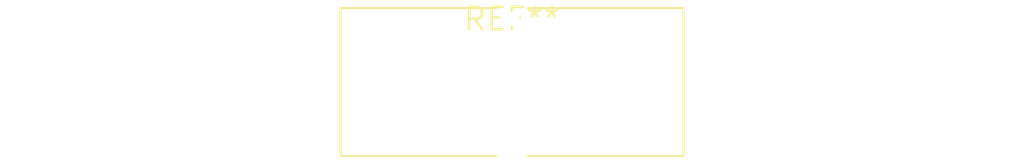
<source format=kicad_pcb>
(kicad_pcb (version 20240108) (generator pcbnew)
  (layers (0 "F.Cu" signal) (31 "B.Cu" signal) (34 "B.Paste" user) (35 "F.Paste" user) (36 "B.SilkS" user "B.Silkscreen") (37 "F.SilkS" user "F.Silkscreen") (38 "B.Mask" user) (39 "F.Mask" user) (44 "Edge.Cuts" user))
  (net 0 "")
  (footprint "L_Toroid_Vertical_L19.1mm_W8.1mm_P7.10mm_Bourns_5700" (layer "F.Cu") (at 0 0)
    (property "Reference" "REF**")
    (property "Value" "L_Toroid_Vertical_L19.1mm_W8.1mm_P7.10mm_Bourns_5700")
    (fp_line (start -9.67 -0.62) (end -9.67 7.72) (layer "F.SilkS") (stroke (width 0.12)))
    (fp_line (start -9.67 -0.62) (end -0.875 -0.62) (layer "F.SilkS") (stroke (width 0.12)))
    (fp_line (start -9.67 7.72) (end -0.875 7.72) (layer "F.SilkS") (stroke (width 0.12)))
    (fp_line (start 0.875 -0.62) (end 9.67 -0.62) (layer "F.SilkS") (stroke (width 0.12)))
    (fp_line (start 0.875 7.72) (end 9.67 7.72) (layer "F.SilkS") (stroke (width 0.12)))
    (fp_line (start 9.67 -0.62) (end 9.67 7.72) (layer "F.SilkS") (stroke (width 0.12)))
    (pad "1" thru_hole circle (at 0 0) (size 1.6 1.6) (drill 0.8) (layers *.Cu *.Mask) (remove_unused_layers))
    (pad "2" thru_hole circle (at 0 7.1) (size 1.6 1.6) (drill 0.8) (layers *.Cu *.Mask) (remove_unused_layers))
  )
)
</source>
